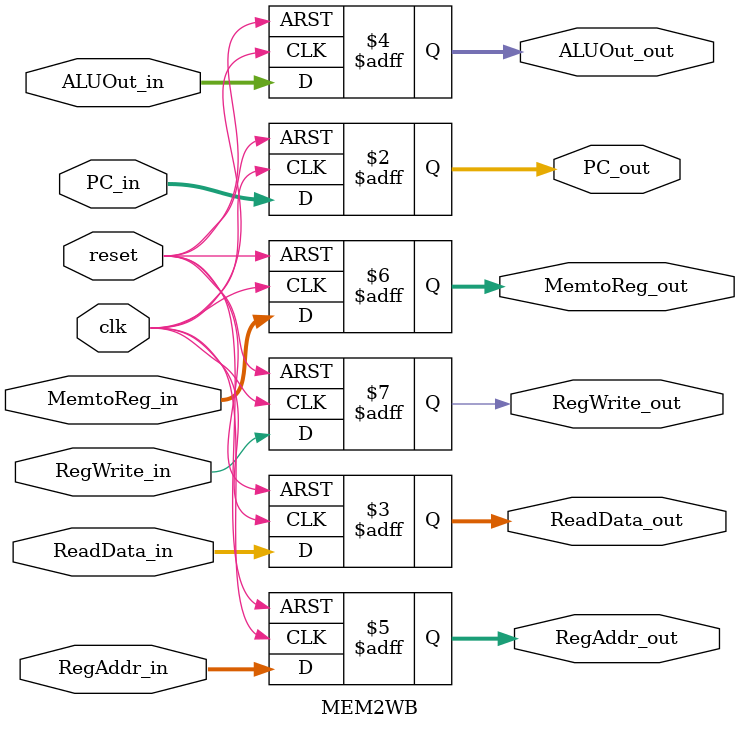
<source format=v>
module MEM2WB(clk, reset, PC_in, PC_out,
    ReadData_in, ReadData_out, ALUOut_in, ALUOut_out, RegAddr_in, RegAddr_out,
    MemtoReg_in, MemtoReg_out, RegWrite_in, RegWrite_out);
    
    input clk, reset;
    input [31:0] PC_in;
    input [31:0] ReadData_in;
    input [31:0] ALUOut_in;
    input [4:0] RegAddr_in;
    input [1:0] MemtoReg_in;
    input RegWrite_in;
    
    output [31:0] PC_out;
    output [31:0] ReadData_out;
    output [31:0] ALUOut_out;
    output [4:0] RegAddr_out;
    output [1:0] MemtoReg_out;
    output RegWrite_out;
    
    reg [31:0] PC_out;
    reg [31:0] ReadData_out;
    reg [31:0] ALUOut_out;
    reg [4:0] RegAddr_out;
    reg [1:0] MemtoReg_out;
    reg RegWrite_out;
    
    always @(posedge clk or posedge reset)
    begin
        if (reset)
        begin
            PC_out <= 32'h8000_0000;
            ReadData_out <= 32'h0000_0000;
            ALUOut_out <= 32'h0000_0000;
            RegAddr_out <= 5'b00000;
            MemtoReg_out <= 2'b00;
            RegWrite_out <= 1'b0;
        end 
        else 
        begin
            PC_out <= PC_in;
            ReadData_out <= ReadData_in;
            ALUOut_out <= ALUOut_in;
            RegAddr_out <= RegAddr_in;
            MemtoReg_out <= MemtoReg_in;
            RegWrite_out <= RegWrite_in;
        end
    end
endmodule

</source>
